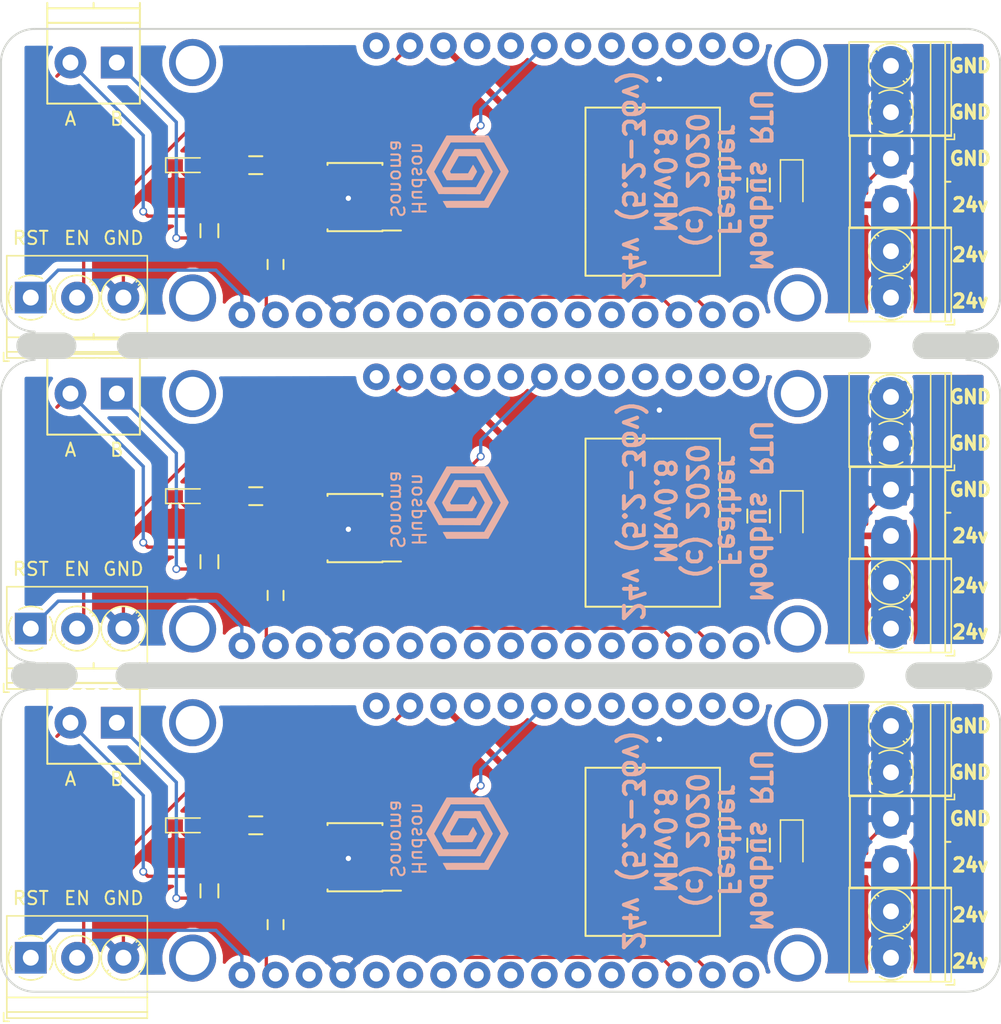
<source format=kicad_pcb>
(kicad_pcb (version 20171130) (host pcbnew "(5.1.6-0-10_14)")
  (layers (0 F.Cu signal) (31 B.Cu signal) (34 B.Paste user) (35 F.Paste user) (36 B.SilkS user) (37 F.SilkS user) (38 B.Mask user) (39 F.Mask user) (44 Edge.Cuts user))
  (net 0 "")
  (net 1 "Net-(U1-Pad3)")
  (net 2 "Net-(U1-Pad5)")
  (net 3 "Net-(U1-Pad6)")
  (net 4 "Net-(U1-Pad7)")
  (net 5 "Net-(U1-Pad8)")
  (net 6 "Net-(U1-Pad9)")
  (net 7 "Net-(U1-Pad10)")
  (net 8 "Net-(U1-Pad11)")
  (net 9 "Net-(U1-Pad12)")
  (net 10 "Net-(U1-Pad13)")
  (net 11 "Net-(U1-Pad17)")
  (net 12 "Net-(U1-Pad18)")
  (net 13 "Net-(U1-Pad19)")
  (net 14 "Net-(U1-Pad20)")
  (net 15 "Net-(U1-Pad21)")
  (net 16 "Net-(U1-Pad22)")
  (net 17 "Net-(U1-Pad24)")
  (net 18 "Net-(U1-Pad25)")
  (net 19 "Net-(U1-Pad28)")
  (net 20 3v3)
  (net 21 GND)
  (net 22 VUSB)
  (net 23 VIN)
  (net 24 "Net-(D2-Pad2)")
  (net 25 B)
  (net 26 A)
  (net 27 RTS)
  (net 28 RX)
  (net 29 TX)
  (net 30 v24)
  (net 31 RST)
  (net 32 EN)
  (net 33 C0_RST)
  (net 34 C0_3v3)
  (net 35 "C0_Net-(U1-Pad3)")
  (net 36 C0_GND)
  (net 37 "C0_Net-(U1-Pad5)")
  (net 38 "C0_Net-(U1-Pad6)")
  (net 39 "C0_Net-(U1-Pad7)")
  (net 40 "C0_Net-(U1-Pad8)")
  (net 41 "C0_Net-(U1-Pad9)")
  (net 42 "C0_Net-(U1-Pad10)")
  (net 43 "C0_Net-(U1-Pad11)")
  (net 44 "C0_Net-(U1-Pad12)")
  (net 45 "C0_Net-(U1-Pad13)")
  (net 46 C0_RX)
  (net 47 C0_TX)
  (net 48 "C0_Net-(U1-Pad17)")
  (net 49 "C0_Net-(U1-Pad18)")
  (net 50 "C0_Net-(U1-Pad19)")
  (net 51 "C0_Net-(U1-Pad20)")
  (net 52 "C0_Net-(U1-Pad21)")
  (net 53 "C0_Net-(U1-Pad22)")
  (net 54 C0_RTS)
  (net 55 "C0_Net-(U1-Pad24)")
  (net 56 "C0_Net-(U1-Pad25)")
  (net 57 C0_VUSB)
  (net 58 C0_EN)
  (net 59 "C0_Net-(U1-Pad28)")
  (net 60 C0_VIN)
  (net 61 C0_v24)
  (net 62 "C0_Net-(D2-Pad2)")
  (net 63 C0_B)
  (net 64 C0_A)
  (net 65 C1_RST)
  (net 66 C1_3v3)
  (net 67 "C1_Net-(U1-Pad3)")
  (net 68 C1_GND)
  (net 69 "C1_Net-(U1-Pad5)")
  (net 70 "C1_Net-(U1-Pad6)")
  (net 71 "C1_Net-(U1-Pad7)")
  (net 72 "C1_Net-(U1-Pad8)")
  (net 73 "C1_Net-(U1-Pad9)")
  (net 74 "C1_Net-(U1-Pad10)")
  (net 75 "C1_Net-(U1-Pad11)")
  (net 76 "C1_Net-(U1-Pad12)")
  (net 77 "C1_Net-(U1-Pad13)")
  (net 78 C1_RX)
  (net 79 C1_TX)
  (net 80 "C1_Net-(U1-Pad17)")
  (net 81 "C1_Net-(U1-Pad18)")
  (net 82 "C1_Net-(U1-Pad19)")
  (net 83 "C1_Net-(U1-Pad20)")
  (net 84 "C1_Net-(U1-Pad21)")
  (net 85 "C1_Net-(U1-Pad22)")
  (net 86 C1_RTS)
  (net 87 "C1_Net-(U1-Pad24)")
  (net 88 "C1_Net-(U1-Pad25)")
  (net 89 C1_VUSB)
  (net 90 C1_EN)
  (net 91 "C1_Net-(U1-Pad28)")
  (net 92 C1_VIN)
  (net 93 C1_v24)
  (net 94 "C1_Net-(D2-Pad2)")
  (net 95 C1_B)
  (net 96 C1_A)
  (module logo:HudsonSonoma_Logo (layer B.Cu) (at 146.5 153.5 90)
    (fp_text reference G*** hide)
    (fp_text value LOGO hide)
  )
  (module logo:HudsonSonoma_Logo (layer B.Cu) (at 146.5 128.5 90)
    (fp_text reference G*** hide)
    (fp_text value LOGO hide)
  )
  (module logo:HudsonSonoma_Logo (layer B.Cu) (at 146.5 103.5 90)
    (fp_text reference G*** hide)
    (fp_text value LOGO hide)
  )
  (module WEMOS_J:5HoleDual2mmBreak (layer F.Cu) (at 179 141.5)
    (fp_text reference REF** hide)
    (fp_text value 5HoleDual2mmBreak hide)
    (pad "" np_thru_hole circle (at -3 -1.25) (size 0.5 0.5) (drill 0.5) (layers *.Cu *.Mask))
    (pad "" np_thru_hole circle (at -2 -1.25) (size 0.5 0.5) (drill 0.5) (layers *.Cu *.Mask))
    (pad "" np_thru_hole circle (at -1 -1.25) (size 0.5 0.5) (drill 0.5) (layers *.Cu *.Mask))
    (pad "" np_thru_hole circle (at 0 -1.25) (size 0.5 0.5) (drill 0.5) (layers *.Cu *.Mask))
    (pad "" np_thru_hole circle (at 1 -1.25) (size 0.5 0.5) (drill 0.5) (layers *.Cu *.Mask))
    (pad "" np_thru_hole circle (at 1 1.25) (size 0.5 0.5) (drill 0.5) (layers *.Cu *.Mask))
    (pad "" np_thru_hole circle (at 0 1.25) (size 0.5 0.5) (drill 0.5) (layers *.Cu *.Mask))
    (pad "" np_thru_hole circle (at -1 1.25) (size 0.5 0.5) (drill 0.5) (layers *.Cu *.Mask))
    (pad "" np_thru_hole circle (at -2 1.25) (size 0.5 0.5) (drill 0.5) (layers *.Cu *.Mask))
    (pad "" np_thru_hole circle (at -3 1.25) (size 0.5 0.5) (drill 0.5) (layers *.Cu *.Mask))
  )
  (module WEMOS_J:5HoleDual2mmBreak (layer F.Cu) (at 119.5 141.5)
    (fp_text reference REF** hide)
    (fp_text value 5HoleDual2mmBreak hide)
    (pad "" np_thru_hole circle (at -3 -1.25) (size 0.5 0.5) (drill 0.5) (layers *.Cu *.Mask))
    (pad "" np_thru_hole circle (at -2 -1.25) (size 0.5 0.5) (drill 0.5) (layers *.Cu *.Mask))
    (pad "" np_thru_hole circle (at -1 -1.25) (size 0.5 0.5) (drill 0.5) (layers *.Cu *.Mask))
    (pad "" np_thru_hole circle (at 0 -1.25) (size 0.5 0.5) (drill 0.5) (layers *.Cu *.Mask))
    (pad "" np_thru_hole circle (at 1 -1.25) (size 0.5 0.5) (drill 0.5) (layers *.Cu *.Mask))
    (pad "" np_thru_hole circle (at 1 1.25) (size 0.5 0.5) (drill 0.5) (layers *.Cu *.Mask))
    (pad "" np_thru_hole circle (at 0 1.25) (size 0.5 0.5) (drill 0.5) (layers *.Cu *.Mask))
    (pad "" np_thru_hole circle (at -1 1.25) (size 0.5 0.5) (drill 0.5) (layers *.Cu *.Mask))
    (pad "" np_thru_hole circle (at -2 1.25) (size 0.5 0.5) (drill 0.5) (layers *.Cu *.Mask))
    (pad "" np_thru_hole circle (at -3 1.25) (size 0.5 0.5) (drill 0.5) (layers *.Cu *.Mask))
  )
  (module WEMOS_J:5HoleDual2mmBreak (layer F.Cu) (at 119.5 116.6114)
    (fp_text reference REF** hide)
    (fp_text value 5HoleDual2mmBreak hide)
    (pad "" np_thru_hole circle (at -3 -1.25) (size 0.5 0.5) (drill 0.5) (layers *.Cu *.Mask))
    (pad "" np_thru_hole circle (at -2 -1.25) (size 0.5 0.5) (drill 0.5) (layers *.Cu *.Mask))
    (pad "" np_thru_hole circle (at -1 -1.25) (size 0.5 0.5) (drill 0.5) (layers *.Cu *.Mask))
    (pad "" np_thru_hole circle (at 0 -1.25) (size 0.5 0.5) (drill 0.5) (layers *.Cu *.Mask))
    (pad "" np_thru_hole circle (at 1 -1.25) (size 0.5 0.5) (drill 0.5) (layers *.Cu *.Mask))
    (pad "" np_thru_hole circle (at 1 1.25) (size 0.5 0.5) (drill 0.5) (layers *.Cu *.Mask))
    (pad "" np_thru_hole circle (at 0 1.25) (size 0.5 0.5) (drill 0.5) (layers *.Cu *.Mask))
    (pad "" np_thru_hole circle (at -1 1.25) (size 0.5 0.5) (drill 0.5) (layers *.Cu *.Mask))
    (pad "" np_thru_hole circle (at -2 1.25) (size 0.5 0.5) (drill 0.5) (layers *.Cu *.Mask))
    (pad "" np_thru_hole circle (at -3 1.25) (size 0.5 0.5) (drill 0.5) (layers *.Cu *.Mask))
  )
  (module WEMOS_J:5HoleDual2mmBreak (layer F.Cu) (at 179.5 116.5)
    (fp_text reference REF** hide)
    (fp_text value 5HoleDual2mmBreak hide)
    (pad "" np_thru_hole circle (at -3 -1.25) (size 0.5 0.5) (drill 0.5) (layers *.Cu *.Mask))
    (pad "" np_thru_hole circle (at -2 -1.25) (size 0.5 0.5) (drill 0.5) (layers *.Cu *.Mask))
    (pad "" np_thru_hole circle (at -1 -1.25) (size 0.5 0.5) (drill 0.5) (layers *.Cu *.Mask))
    (pad "" np_thru_hole circle (at 0 -1.25) (size 0.5 0.5) (drill 0.5) (layers *.Cu *.Mask))
    (pad "" np_thru_hole circle (at 1 -1.25) (size 0.5 0.5) (drill 0.5) (layers *.Cu *.Mask))
    (pad "" np_thru_hole circle (at 1 1.25) (size 0.5 0.5) (drill 0.5) (layers *.Cu *.Mask))
    (pad "" np_thru_hole circle (at 0 1.25) (size 0.5 0.5) (drill 0.5) (layers *.Cu *.Mask))
    (pad "" np_thru_hole circle (at -1 1.25) (size 0.5 0.5) (drill 0.5) (layers *.Cu *.Mask))
    (pad "" np_thru_hole circle (at -2 1.25) (size 0.5 0.5) (drill 0.5) (layers *.Cu *.Mask))
    (pad "" np_thru_hole circle (at -3 1.25) (size 0.5 0.5) (drill 0.5) (layers *.Cu *.Mask))
  )
  (module winely_kicad:FeatherWing (layer F.Cu) (at 148.5011 104.14)
    (fp_text reference U1 hide)
    (fp_text value ARGON hide)
    (pad 1 thru_hole circle (at -19.05 10.16) (size 2 2) (drill 1) (layers *.Cu *.Mask) (net 31 RST))
    (pad 2 thru_hole circle (at -16.51 10.16) (size 2 2) (drill 1) (layers *.Cu *.Mask) (net 20 3v3))
    (pad 3 thru_hole circle (at -13.97 10.16) (size 2 2) (drill 1) (layers *.Cu *.Mask) (net 1 "Net-(U1-Pad3)"))
    (pad 4 thru_hole circle (at -11.43 10.16) (size 2 2) (drill 1) (layers *.Cu *.Mask) (net 21 GND))
    (pad 5 thru_hole circle (at -8.89 10.16) (size 2 2) (drill 1) (layers *.Cu *.Mask) (net 2 "Net-(U1-Pad5)"))
    (pad 6 thru_hole circle (at -6.35 10.16) (size 2 2) (drill 1) (layers *.Cu *.Mask) (net 3 "Net-(U1-Pad6)"))
    (pad 7 thru_hole circle (at -3.81 10.16) (size 2 2) (drill 1) (layers *.Cu *.Mask) (net 4 "Net-(U1-Pad7)"))
    (pad 8 thru_hole circle (at -1.27 10.16) (size 2 2) (drill 1) (layers *.Cu *.Mask) (net 5 "Net-(U1-Pad8)"))
    (pad 9 thru_hole circle (at 1.27 10.16) (size 2 2) (drill 1) (layers *.Cu *.Mask) (net 6 "Net-(U1-Pad9)"))
    (pad 10 thru_hole circle (at 3.81 10.16) (size 2 2) (drill 1) (layers *.Cu *.Mask) (net 7 "Net-(U1-Pad10)"))
    (pad 11 thru_hole circle (at 6.35 10.16) (size 2 2) (drill 1) (layers *.Cu *.Mask) (net 8 "Net-(U1-Pad11)"))
    (pad 12 thru_hole circle (at 8.89 10.16) (size 2 2) (drill 1) (layers *.Cu *.Mask) (net 9 "Net-(U1-Pad12)"))
    (pad 13 thru_hole circle (at 11.43 10.16) (size 2 2) (drill 1) (layers *.Cu *.Mask) (net 10 "Net-(U1-Pad13)"))
    (pad 14 thru_hole circle (at 13.97 10.16) (size 2 2) (drill 1) (layers *.Cu *.Mask) (net 28 RX))
    (pad 15 thru_hole circle (at 16.51 10.16) (size 2 2) (drill 1) (layers *.Cu *.Mask) (net 29 TX))
    (pad 16 thru_hole circle (at 19.05 10.16) (size 2 2) (drill 1) (layers *.Cu *.Mask))
    (pad 17 thru_hole circle (at 19.05 -10.16) (size 2 2) (drill 1) (layers *.Cu *.Mask) (net 11 "Net-(U1-Pad17)"))
    (pad 18 thru_hole circle (at 16.51 -10.16) (size 2 2) (drill 1) (layers *.Cu *.Mask) (net 12 "Net-(U1-Pad18)"))
    (pad 19 thru_hole circle (at 13.97 -10.16) (size 2 2) (drill 1) (layers *.Cu *.Mask) (net 13 "Net-(U1-Pad19)"))
    (pad 20 thru_hole circle (at 11.43 -10.16) (size 2 2) (drill 1) (layers *.Cu *.Mask) (net 14 "Net-(U1-Pad20)"))
    (pad 21 thru_hole circle (at 8.89 -10.16) (size 2 2) (drill 1) (layers *.Cu *.Mask) (net 15 "Net-(U1-Pad21)"))
    (pad 22 thru_hole circle (at 6.35 -10.16) (size 2 2) (drill 1) (layers *.Cu *.Mask) (net 16 "Net-(U1-Pad22)"))
    (pad 23 thru_hole circle (at 3.81 -10.16) (size 2 2) (drill 1) (layers *.Cu *.Mask) (net 27 RTS))
    (pad 24 thru_hole circle (at 1.27 -10.16) (size 2 2) (drill 1) (layers *.Cu *.Mask) (net 17 "Net-(U1-Pad24)"))
    (pad 25 thru_hole circle (at -1.27 -10.16) (size 2 2) (drill 1) (layers *.Cu *.Mask) (net 18 "Net-(U1-Pad25)"))
    (pad 26 thru_hole circle (at -3.81 -10.16) (size 2 2) (drill 1) (layers *.Cu *.Mask) (net 22 VUSB))
    (pad 27 thru_hole circle (at -6.35 -10.16) (size 2 2) (drill 1) (layers *.Cu *.Mask) (net 32 EN))
    (pad 28 thru_hole circle (at -8.89 -10.16) (size 2 2) (drill 1) (layers *.Cu *.Mask) (net 19 "Net-(U1-Pad28)"))
  )
  (module winely_kicad:PCB_FeatherWing_4hole (layer F.Cu) (at 148.59 104.14)
    (fp_text reference PCB** hide)
    (fp_text value VAL** hide)
    (pad "" np_thru_hole circle (at 22.86 8.89) (size 3.556 3.556) (drill 2.54) (layers *.Cu *.Mask))
    (pad "" np_thru_hole circle (at -22.86 8.89) (size 3.556 3.556) (drill 2.54) (layers *.Cu *.Mask))
    (pad "" np_thru_hole circle (at 22.86 -8.89) (size 3.556 3.556) (drill 2.54) (layers *.Cu *.Mask))
    (pad "" np_thru_hole circle (at -22.86 -8.89) (size 3.556 3.556) (drill 2.54) (layers *.Cu *.Mask))
  )
  (module Capacitors_SMD:C_0603_HandSoldering (layer F.Cu) (at 132 110.5 270)
    (fp_text reference C1 hide)
    (fp_text value 0.1uF hide)
    (pad 1 smd rect (at -0.95 0 270) (size 1.2 0.75) (layers F.Cu F.Paste F.Mask) (net 20 3v3))
    (pad 2 smd rect (at 0.95 0 270) (size 1.2 0.75) (layers F.Cu F.Paste F.Mask) (net 21 GND))
  )
  (module Capacitors_SMD:C_0805_HandSoldering (layer F.Cu) (at 168.5 104.5 90)
    (fp_text reference C2 hide)
    (fp_text value 10uF hide)
    (pad 1 smd rect (at -1.25 0 90) (size 1.5 1.25) (layers F.Cu F.Paste F.Mask) (net 21 GND))
    (pad 2 smd rect (at 1.25 0 90) (size 1.5 1.25) (layers F.Cu F.Paste F.Mask) (net 23 VIN))
  )
  (module Diodes_SMD:D_SOD-323_HandSoldering (layer F.Cu) (at 171 104.5 270)
    (fp_text reference D1 hide)
    (fp_text value D_Schottky hide)
    (pad 1 smd rect (at -1.25 0 270) (size 1 1) (layers F.Cu F.Paste F.Mask) (net 23 VIN))
    (pad 2 smd rect (at 1.25 0 270) (size 1 1) (layers F.Cu F.Paste F.Mask) (net 30 v24))
  )
  (module LEDs:LED_0603_HandSoldering (layer F.Cu) (at 125.5 103)
    (fp_text reference D2 hide)
    (fp_text value LED hide)
    (pad 1 smd rect (at -1.1 0) (size 1.2 0.9) (layers F.Cu F.Paste F.Mask) (net 21 GND))
    (pad 2 smd rect (at 1.1 0) (size 1.2 0.9) (layers F.Cu F.Paste F.Mask) (net 24 "Net-(D2-Pad2)"))
  )
  (module Resistors_SMD:R_0603_HandSoldering (layer F.Cu) (at 130.5 103 180)
    (fp_text reference R1 hide)
    (fp_text value 330 hide)
    (pad 1 smd rect (at -1.1 0 180) (size 1.2 0.9) (layers F.Cu F.Paste F.Mask) (net 27 RTS))
    (pad 2 smd rect (at 1.1 0 180) (size 1.2 0.9) (layers F.Cu F.Paste F.Mask) (net 24 "Net-(D2-Pad2)"))
  )
  (module Resistors_SMD:R_0603_HandSoldering (layer F.Cu) (at 127 107.95 90)
    (fp_text reference R2 hide)
    (fp_text value 220 hide)
    (pad 1 smd rect (at -1.1 0 90) (size 1.2 0.9) (layers F.Cu F.Paste F.Mask) (net 25 B))
    (pad 2 smd rect (at 1.1 0 90) (size 1.2 0.9) (layers F.Cu F.Paste F.Mask) (net 26 A))
  )
  (module Housings_SOIC:SOIC-8_3.9x4.9mm_Pitch1.27mm (layer F.Cu) (at 138 105.41 180)
    (fp_text reference U2 hide)
    (fp_text value SP3485 hide)
    (pad 1 smd rect (at -2.7 -1.905 180) (size 1.55 0.6) (layers F.Cu F.Paste F.Mask) (net 28 RX))
    (pad 2 smd rect (at -2.7 -0.635 180) (size 1.55 0.6) (layers F.Cu F.Paste F.Mask) (net 27 RTS))
    (pad 3 smd rect (at -2.7 0.635 180) (size 1.55 0.6) (layers F.Cu F.Paste F.Mask) (net 27 RTS))
    (pad 4 smd rect (at -2.7 1.905 180) (size 1.55 0.6) (layers F.Cu F.Paste F.Mask) (net 29 TX))
    (pad 5 smd rect (at 2.7 1.905 180) (size 1.55 0.6) (layers F.Cu F.Paste F.Mask) (net 21 GND))
    (pad 6 smd rect (at 2.7 0.635 180) (size 1.55 0.6) (layers F.Cu F.Paste F.Mask) (net 26 A))
    (pad 7 smd rect (at 2.7 -0.635 180) (size 1.55 0.6) (layers F.Cu F.Paste F.Mask) (net 25 B))
    (pad 8 smd rect (at 2.7 -1.905 180) (size 1.55 0.6) (layers F.Cu F.Paste F.Mask) (net 20 3v3))
  )
  (module Connectors_Terminal_Blocks:TerminalBlock_Pheonix_PT-3.5mm_2pol (layer F.Cu) (at 178.5 106 90)
    (fp_text reference J1)
    (fp_text value Conn_01x02 hide)
    (pad 2 thru_hole rect (at 3.5 0 90) (size 2.4 2.4) (drill 1.2) (layers *.Cu *.Mask) (net 21 GND))
    (pad 1 thru_hole rect (at 0 0 90) (size 2.4 2.4) (drill 1.2) (layers *.Cu *.Mask) (net 30 v24))
  )
  (module Connectors_Terminal_Blocks:TerminalBlock_Pheonix_PT-3.5mm_2pol (layer F.Cu) (at 120 95.25 180)
    (fp_text reference J2 hide)
    (fp_text value Conn_01x02 hide)
    (pad 2 thru_hole circle (at 3.5 0 180) (size 2.4 2.4) (drill 1.2) (layers *.Cu *.Mask) (net 26 A))
    (pad 1 thru_hole rect (at 0 0 180) (size 2.4 2.4) (drill 1.2) (layers *.Cu *.Mask) (net 25 B))
  )
  (module TerminalBlock_Phoenix:TerminalBlock_Phoenix_PT-1,5-2-3.5-H_1x02_P3.50mm_Horizontal (layer F.Cu) (at 178.5 113 90)
    (fp_text reference J5 hide)
    (fp_text value Conn_01x02 hide)
    (pad 1 thru_hole rect (at 0 0 90) (size 2.4 2.4) (drill 1.2) (layers *.Cu *.Mask) (net 30 v24))
    (pad 2 thru_hole rect (at 3.5 0 90) (size 2.4 2.4) (drill 1.2) (layers *.Cu *.Mask) (net 30 v24))
  )
  (module TerminalBlock_Phoenix:TerminalBlock_Phoenix_PT-1,5-2-3.5-H_1x02_P3.50mm_Horizontal (layer F.Cu) (at 178.5 99 90)
    (fp_text reference J6 hide)
    (fp_text value Conn_01x02 hide)
    (pad 2 thru_hole rect (at 3.5 0 90) (size 2.4 2.4) (drill 1.2) (layers *.Cu *.Mask) (net 21 GND))
    (pad 1 thru_hole rect (at 0 0 90) (size 2.4 2.4) (drill 1.2) (layers *.Cu *.Mask) (net 21 GND))
  )
  (module winely_kicad:Pololu_reg16a (layer F.Cu) (at 160.5 105)
    (fp_text reference U3 hide)
    (fp_text value Pololu_Reg16a hide)
    (pad SHDN smd rect (at 3.81 -5.08) (size 1.5 3) (layers F.Cu F.Paste F.Mask) (net 23 VIN))
    (pad VIN smd rect (at 1.27 -5.08) (size 1.5 3) (layers F.Cu F.Paste F.Mask) (net 23 VIN))
    (pad GND smd rect (at -1.27 -5.08) (size 1.5 3) (layers F.Cu F.Paste F.Mask) (net 21 GND))
    (pad VOUT smd rect (at -3.81 -5.08) (size 1.5 3) (layers F.Cu F.Paste F.Mask) (net 22 VUSB))
  )
  (module TerminalBlock_Phoenix:TerminalBlock_Phoenix_PT-1,5-3-3.5-H_1x03_P3.50mm_Horizontal (layer F.Cu) (at 113.5 113)
    (fp_text reference J7 hide)
    (fp_text value Conn_01x03 hide)
    (pad 1 thru_hole rect (at 0 0) (size 2.4 2.4) (drill 1.2) (layers *.Cu *.Mask) (net 31 RST))
    (pad 2 thru_hole circle (at 3.5 0) (size 2.4 2.4) (drill 1.2) (layers *.Cu *.Mask) (net 32 EN))
    (pad 3 thru_hole circle (at 7 0) (size 2.4 2.4) (drill 1.2) (layers *.Cu *.Mask) (net 21 GND))
  )
  (module winely_kicad:FeatherWing (layer F.Cu) (at 148.5031 129.14)
    (fp_text reference U1 hide)
    (fp_text value ARGON hide)
    (pad 1 thru_hole circle (at -19.05 10.16) (size 2 2) (drill 1) (layers *.Cu *.Mask) (net 33 C0_RST))
    (pad 2 thru_hole circle (at -16.51 10.16) (size 2 2) (drill 1) (layers *.Cu *.Mask) (net 34 C0_3v3))
    (pad 3 thru_hole circle (at -13.97 10.16) (size 2 2) (drill 1) (layers *.Cu *.Mask) (net 35 "C0_Net-(U1-Pad3)"))
    (pad 4 thru_hole circle (at -11.43 10.16) (size 2 2) (drill 1) (layers *.Cu *.Mask) (net 36 C0_GND))
    (pad 5 thru_hole circle (at -8.89 10.16) (size 2 2) (drill 1) (layers *.Cu *.Mask) (net 37 "C0_Net-(U1-Pad5)"))
    (pad 6 thru_hole circle (at -6.35 10.16) (size 2 2) (drill 1) (layers *.Cu *.Mask) (net 38 "C0_Net-(U1-Pad6)"))
    (pad 7 thru_hole circle (at -3.81 10.16) (size 2 2) (drill 1) (layers *.Cu *.Mask) (net 39 "C0_Net-(U1-Pad7)"))
    (pad 8 thru_hole circle (at -1.27 10.16) (size 2 2) (drill 1) (layers *.Cu *.Mask) (net 40 "C0_Net-(U1-Pad8)"))
    (pad 9 thru_hole circle (at 1.27 10.16) (size 2 2) (drill 1) (layers *.Cu *.Mask) (net 41 "C0_Net-(U1-Pad9)"))
    (pad 10 thru_hole circle (at 3.81 10.16) (size 2 2) (drill 1) (layers *.Cu *.Mask) (net 42 "C0_Net-(U1-Pad10)"))
    (pad 11 thru_hole circle (at 6.35 10.16) (size 2 2) (drill 1) (layers *.Cu *.Mask) (net 43 "C0_Net-(U1-Pad11)"))
    (pad 12 thru_hole circle (at 8.89 10.16) (size 2 2) (drill 1) (layers *.Cu *.Mask) (net 44 "C0_Net-(U1-Pad12)"))
    (pad 13 thru_hole circle (at 11.43 10.16) (size 2 2) (drill 1) (layers *.Cu *.Mask) (net 45 "C0_Net-(U1-Pad13)"))
    (pad 14 thru_hole circle (at 13.97 10.16) (size 2 2) (drill 1) (layers *.Cu *.Mask) (net 46 C0_RX))
    (pad 15 thru_hole circle (at 16.51 10.16) (size 2 2) (drill 1) (layers *.Cu *.Mask) (net 47 C0_TX))
    (pad 16 thru_hole circle (at 19.05 10.16) (size 2 2) (drill 1) (layers *.Cu *.Mask))
    (pad 17 thru_hole circle (at 19.05 -10.16) (size 2 2) (drill 1) (layers *.Cu *.Mask) (net 48 "C0_Net-(U1-Pad17)"))
    (pad 18 thru_hole circle (at 16.51 -10.16) (size 2 2) (drill 1) (layers *.Cu *.Mask) (net 49 "C0_Net-(U1-Pad18)"))
    (pad 19 thru_hole circle (at 13.97 -10.16) (size 2 2) (drill 1) (layers *.Cu *.Mask) (net 50 "C0_Net-(U1-Pad19)"))
    (pad 20 thru_hole circle (at 11.43 -10.16) (size 2 2) (drill 1) (layers *.Cu *.Mask) (net 51 "C0_Net-(U1-Pad20)"))
    (pad 21 thru_hole circle (at 8.89 -10.16) (size 2 2) (drill 1) (layers *.Cu *.Mask) (net 52 "C0_Net-(U1-Pad21)"))
    (pad 22 thru_hole circle (at 6.35 -10.16) (size 2 2) (drill 1) (layers *.Cu *.Mask) (net 53 "C0_Net-(U1-Pad22)"))
    (pad 23 thru_hole circle (at 3.81 -10.16) (size 2 2) (drill 1) (layers *.Cu *.Mask) (net 54 C0_RTS))
    (pad 24 thru_hole circle (at 1.27 -10.16) (size 2 2) (drill 1) (layers *.Cu *.Mask) (net 55 "C0_Net-(U1-Pad24)"))
    (pad 25 thru_hole circle (at -1.27 -10.16) (size 2 2) (drill 1) (layers *.Cu *.Mask) (net 56 "C0_Net-(U1-Pad25)"))
    (pad 26 thru_hole circle (at -3.81 -10.16) (size 2 2) (drill 1) (layers *.Cu *.Mask) (net 57 C0_VUSB))
    (pad 27 thru_hole circle (at -6.35 -10.16) (size 2 2) (drill 1) (layers *.Cu *.Mask) (net 58 C0_EN))
    (pad 28 thru_hole circle (at -8.89 -10.16) (size 2 2) (drill 1) (layers *.Cu *.Mask) (net 59 "C0_Net-(U1-Pad28)"))
  )
  (module winely_kicad:PCB_FeatherWing_4hole (layer F.Cu) (at 148.592 129.14)
    (fp_text reference PCB** hide)
    (fp_text value VAL** hide)
    (pad "" np_thru_hole circle (at 22.86 8.89) (size 3.556 3.556) (drill 2.54) (layers *.Cu *.Mask))
    (pad "" np_thru_hole circle (at -22.86 8.89) (size 3.556 3.556) (drill 2.54) (layers *.Cu *.Mask))
    (pad "" np_thru_hole circle (at 22.86 -8.89) (size 3.556 3.556) (drill 2.54) (layers *.Cu *.Mask))
    (pad "" np_thru_hole circle (at -22.86 -8.89) (size 3.556 3.556) (drill 2.54) (layers *.Cu *.Mask))
  )
  (module Capacitors_SMD:C_0603_HandSoldering (layer F.Cu) (at 132.002 135.5 270)
    (fp_text reference C1 hide)
    (fp_text value 0.1uF hide)
    (pad 1 smd rect (at -0.95 0 270) (size 1.2 0.75) (layers F.Cu F.Paste F.Mask) (net 34 C0_3v3))
    (pad 2 smd rect (at 0.95 0 270) (size 1.2 0.75) (layers F.Cu F.Paste F.Mask) (net 36 C0_GND))
  )
  (module Capacitors_SMD:C_0805_HandSoldering (layer F.Cu) (at 168.502 129.5 90)
    (fp_text reference C2 hide)
    (fp_text value 10uF hide)
    (pad 1 smd rect (at -1.25 0 90) (size 1.5 1.25) (layers F.Cu F.Paste F.Mask) (net 36 C0_GND))
    (pad 2 smd rect (at 1.25 0 90) (size 1.5 1.25) (layers F.Cu F.Paste F.Mask) (net 60 C0_VIN))
  )
  (module Diodes_SMD:D_SOD-323_HandSoldering (layer F.Cu) (at 171.002 129.5 270)
    (fp_text reference D1 hide)
    (fp_text value D_Schottky hide)
    (pad 1 smd rect (at -1.25 0 270) (size 1 1) (layers F.Cu F.Paste F.Mask) (net 60 C0_VIN))
    (pad 2 smd rect (at 1.25 0 270) (size 1 1) (layers F.Cu F.Paste F.Mask) (net 61 C0_v24))
  )
  (module LEDs:LED_0603_HandSoldering (layer F.Cu) (at 125.502 128)
    (fp_text reference D2 hide)
    (fp_text value LED hide)
    (pad 1 smd rect (at -1.1 0) (size 1.2 0.9) (layers F.Cu F.Paste F.Mask) (net 36 C0_GND))
    (pad 2 smd rect (at 1.1 0) (size 1.2 0.9) (layers F.Cu F.Paste F.Mask) (net 62 "C0_Net-(D2-Pad2)"))
  )
  (module Resistors_SMD:R_0603_HandSoldering (layer F.Cu) (at 130.502 128 180)
    (fp_text reference R1 hide)
    (fp_text value 330 hide)
    (pad 1 smd rect (at -1.1 0 180) (size 1.2 0.9) (layers F.Cu F.Paste F.Mask) (net 54 C0_RTS))
    (pad 2 smd rect (at 1.1 0 180) (size 1.2 0.9) (layers F.Cu F.Paste F.Mask) (net 62 "C0_Net-(D2-Pad2)"))
  )
  (module Resistors_SMD:R_0603_HandSoldering (layer F.Cu) (at 127.002 132.95 90)
    (fp_text reference R2 hide)
    (fp_text value 220 hide)
    (pad 1 smd rect (at -1.1 0 90) (size 1.2 0.9) (layers F.Cu F.Paste F.Mask) (net 63 C0_B))
    (pad 2 smd rect (at 1.1 0 90) (size 1.2 0.9) (layers F.Cu F.Paste F.Mask) (net 64 C0_A))
  )
  (module Housings_SOIC:SOIC-8_3.9x4.9mm_Pitch1.27mm (layer F.Cu) (at 138.002 130.41 180)
    (fp_text reference U2 hide)
    (fp_text value SP3485 hide)
    (pad 1 smd rect (at -2.7 -1.905 180) (size 1.55 0.6) (layers F.Cu F.Paste F.Mask) (net 46 C0_RX))
    (pad 2 smd rect (at -2.7 -0.635 180) (size 1.55 0.6) (layers F.Cu F.Paste F.Mask) (net 54 C0_RTS))
    (pad 3 smd rect (at -2.7 0.635 180) (size 1.55 0.6) (layers F.Cu F.Paste F.Mask) (net 54 C0_RTS))
    (pad 4 smd rect (at -2.7 1.905 180) (size 1.55 0.6) (layers F.Cu F.Paste F.Mask) (net 47 C0_TX))
    (pad 5 smd rect (at 2.7 1.905 180) (size 1.55 0.6) (layers F.Cu F.Paste F.Mask) (net 36 C0_GND))
    (pad 6 smd rect (at 2.7 0.635 180) (size 1.55 0.6) (layers F.Cu F.Paste F.Mask) (net 64 C0_A))
    (pad 7 smd rect (at 2.7 -0.635 180) (size 1.55 0.6) (layers F.Cu F.Paste F.Mask) (net 63 C0_B))
    (pad 8 smd rect (at 2.7 -1.905 180) (size 1.55 0.6) (layers F.Cu F.Paste F.Mask) (net 34 C0_3v3))
  )
  (module Connectors_Terminal_Blocks:TerminalBlock_Pheonix_PT-3.5mm_2pol (layer F.Cu) (at 178.502 131 90)
    (fp_text reference J1)
    (fp_text value Conn_01x02 hide)
    (pad 2 thru_hole rect (at 3.5 0 90) (size 2.4 2.4) (drill 1.2) (layers *.Cu *.Mask) (net 36 C0_GND))
    (pad 1 thru_hole rect (at 0 0 90) (size 2.4 2.4) (drill 1.2) (layers *.Cu *.Mask) (net 61 C0_v24))
  )
  (module Connectors_Terminal_Blocks:TerminalBlock_Pheonix_PT-3.5mm_2pol (layer F.Cu) (at 120.002 120.25 180)
    (fp_text reference J2 hide)
    (fp_text value Conn_01x02 hide)
    (pad 2 thru_hole circle (at 3.5 0 180) (size 2.4 2.4) (drill 1.2) (layers *.Cu *.Mask) (net 64 C0_A))
    (pad 1 thru_hole rect (at 0 0 180) (size 2.4 2.4) (drill 1.2) (layers *.Cu *.Mask) (net 63 C0_B))
  )
  (module TerminalBlock_Phoenix:TerminalBlock_Phoenix_PT-1,5-2-3.5-H_1x02_P3.50mm_Horizontal (layer F.Cu) (at 178.502 138 90)
    (fp_text reference J5 hide)
    (fp_text value Conn_01x02 hide)
    (pad 1 thru_hole rect (at 0 0 90) (size 2.4 2.4) (drill 1.2) (layers *.Cu *.Mask) (net 61 C0_v24))
    (pad 2 thru_hole rect (at 3.5 0 90) (size 2.4 2.4) (drill 1.2) (layers *.Cu *.Mask) (net 61 C0_v24))
  )
  (module TerminalBlock_Phoenix:TerminalBlock_Phoenix_PT-1,5-2-3.5-H_1x02_P3.50mm_Horizontal (layer F.Cu) (at 178.502 124 90)
    (fp_text reference J6 hide)
    (fp_text value Conn_01x02 hide)
    (pad 2 thru_hole rect (at 3.5 0 90) (size 2.4 2.4) (drill 1.2) (layers *.Cu *.Mask) (net 36 C0_GND))
    (pad 1 thru_hole rect (at 0 0 90) (size 2.4 2.4) (drill 1.2) (layers *.Cu *.Mask) (net 36 C0_GND))
  )
  (module winely_kicad:Pololu_reg16a (layer F.Cu) (at 160.502 130)
    (fp_text reference U3 hide)
    (fp_text value Pololu_Reg16a hide)
    (pad SHDN smd rect (at 3.81 -5.08) (size 1.5 3) (layers F.Cu F.Paste F.Mask) (net 60 C0_VIN))
    (pad VIN smd rect (at 1.27 -5.08) (size 1.5 3) (layers F.Cu F.Paste F.Mask) (net 60 C0_VIN))
    (pad GND smd rect (at -1.27 -5.08) (size 1.5 3) (layers F.Cu F.Paste F.Mask) (net 36 C0_GND))
    (pad VOUT smd rect (at -3.81 -5.08) (size 1.5 3) (layers F.Cu F.Paste F.Mask) (net 57 C0_VUSB))
  )
  (module TerminalBlock_Phoenix:TerminalBlock_Phoenix_PT-1,5-3-3.5-H_1x03_P3.50mm_Horizontal (layer F.Cu) (at 113.502 138)
    (fp_text reference J7 hide)
    (fp_text value Conn_01x03 hide)
    (pad 1 thru_hole rect (at 0 0) (size 2.4 2.4) (drill 1.2) (layers *.Cu *.Mask) (net 33 C0_RST))
    (pad 2 thru_hole circle (at 3.5 0) (size 2.4 2.4) (drill 1.2) (layers *.Cu *.Mask) (net 58 C0_EN))
    (pad 3 thru_hole circle (at 7 0) (size 2.4 2.4) (drill 1.2) (layers *.Cu *.Mask) (net 36 C0_GND))
  )
  (module winely_kicad:FeatherWing (layer F.Cu) (at 148.5031 154)
    (fp_text reference U1 hide)
    (fp_text value ARGON hide)
    (pad 1 thru_hole circle (at -19.05 10.16) (size 2 2) (drill 1) (layers *.Cu *.Mask) (net 65 C1_RST))
    (pad 2 thru_hole circle (at -16.51 10.16) (size 2 2) (drill 1) (layers *.Cu *.Mask) (net 66 C1_3v3))
    (pad 3 thru_hole circle (at -13.97 10.16) (size 2 2) (drill 1) (layers *.Cu *.Mask) (net 67 "C1_Net-(U1-Pad3)"))
    (pad 4 thru_hole circle (at -11.43 10.16) (size 2 2) (drill 1) (layers *.Cu *.Mask) (net 68 C1_GND))
    (pad 5 thru_hole circle (at -8.89 10.16) (size 2 2) (drill 1) (layers *.Cu *.Mask) (net 69 "C1_Net-(U1-Pad5)"))
    (pad 6 thru_hole circle (at -6.35 10.16) (size 2 2) (drill 1) (layers *.Cu *.Mask) (net 70 "C1_Net-(U1-Pad6)"))
    (pad 7 thru_hole circle (at -3.81 10.16) (size 2 2) (drill 1) (layers *.Cu *.Mask) (net 71 "C1_Net-(U1-Pad7)"))
    (pad 8 thru_hole circle (at -1.27 10.16) (size 2 2) (drill 1) (layers *.Cu *.Mask) (net 72 "C1_Net-(U1-Pad8)"))
    (pad 9 thru_hole circle (at 1.27 10.16) (size 2 2) (drill 1) (layers *.Cu *.Mask) (net 73 "C1_Net-(U1-Pad9)"))
    (pad 10 thru_hole circle (at 3.81 10.16) (size 2 2) (drill 1) (layers *.Cu *.Mask) (net 74 "C1_Net-(U1-Pad10)"))
    (pad 11 thru_hole circle (at 6.35 10.16) (size 2 2) (drill 1) (layers *.Cu *.Mask) (net 75 "C1_Net-(U1-Pad11)"))
    (pad 12 thru_hole circle (at 8.89 10.16) (size 2 2) (drill 1) (layers *.Cu *.Mask) (net 76 "C1_Net-(U1-Pad12)"))
    (pad 13 thru_hole circle (at 11.43 10.16) (size 2 2) (drill 1) (layers *.Cu *.Mask) (net 77 "C1_Net-(U1-Pad13)"))
    (pad 14 thru_hole circle (at 13.97 10.16) (size 2 2) (drill 1) (layers *.Cu *.Mask) (net 78 C1_RX))
    (pad 15 thru_hole circle (at 16.51 10.16) (size 2 2) (drill 1) (layers *.Cu *.Mask) (net 79 C1_TX))
    (pad 16 thru_hole circle (at 19.05 10.16) (size 2 2) (drill 1) (layers *.Cu *.Mask))
    (pad 17 thru_hole circle (at 19.05 -10.16) (size 2 2) (drill 1) (layers *.Cu *.Mask) (net 80 "C1_Net-(U1-Pad17)"))
    (pad 18 thru_hole circle (at 16.51 -10.16) (size 2 2) (drill 1) (layers *.Cu *.Mask) (net 81 "C1_Net-(U1-Pad18)"))
    (pad 19 thru_hole circle (at 13.97 -10.16) (size 2 2) (drill 1) (layers *.Cu *.Mask) (net 82 "C1_Net-(U1-Pad19)"))
    (pad 20 thru_hole circle (at 11.43 -10.16) (size 2 2) (drill 1) (layers *.Cu *.Mask) (net 83 "C1_Net-(U1-Pad20)"))
    (pad 21 thru_hole circle (at 8.89 -10.16) (size 2 2) (drill 1) (layers *.Cu *.Mask) (net 84 "C1_Net-(U1-Pad21)"))
    (pad 22 thru_hole circle (at 6.35 -10.16) (size 2 2) (drill 1) (layers *.Cu *.Mask) (net 85 "C1_Net-(U1-Pad22)"))
    (pad 23 thru_hole circle (at 3.81 -10.16) (size 2 2) (drill 1) (layers *.Cu *.Mask) (net 86 C1_RTS))
    (pad 24 thru_hole circle (at 1.27 -10.16) (size 2 2) (drill 1) (layers *.Cu *.Mask) (net 87 "C1_Net-(U1-Pad24)"))
    (pad 25 thru_hole circle (at -1.27 -10.16) (size 2 2) (drill 1) (layers *.Cu *.Mask) (net 88 "C1_Net-(U1-Pad25)"))
    (pad 26 thru_hole circle (at -3.81 -10.16) (size 2 2) (drill 1) (layers *.Cu *.Mask) (net 89 C1_VUSB))
    (pad 27 thru_hole circle (at -6.35 -10.16) (size 2 2) (drill 1) (layers *.Cu *.Mask) (net 90 C1_EN))
    (pad 28 thru_hole circle (at -8.89 -10.16) (size 2 2) (drill 1) (layers *.Cu *.Mask) (net 91 "C1_Net-(U1-Pad28)"))
  )
  (module winely_kicad:PCB_FeatherWing_4hole (layer F.Cu) (at 148.592 154)
    (fp_text reference PCB** hide)
    (fp_text value VAL** hide)
    (pad "" np_thru_hole circle (at 22.86 8.89) (size 3.556 3.556) (drill 2.54) (layers *.Cu *.Mask))
    (pad "" np_thru_hole circle (at -22.86 8.89) (size 3.556 3.556) (drill 2.54) (layers *.Cu *.Mask))
    (pad "" np_thru_hole circle (at 22.86 -8.89) (size 3.556 3.556) (drill 2.54) (layers *.Cu *.Mask))
    (pad "" np_thru_hole circle (at -22.86 -8.89) (size 3.556 3.556) (drill 2.54) (layers *.Cu *.Mask))
  )
  (module Capacitors_SMD:C_0603_HandSoldering (layer F.Cu) (at 132.002 160.36 270)
    (fp_text reference C1 hide)
    (fp_text value 0.1uF hide)
    (pad 1 smd rect (at -0.95 0 270) (size 1.2 0.75) (layers F.Cu F.Paste F.Mask) (net 66 C1_3v3))
    (pad 2 smd rect (at 0.95 0 270) (size 1.2 0.75) (layers F.Cu F.Paste F.Mask) (net 68 C1_GND))
  )
  (module Capacitors_SMD:C_0805_HandSoldering (layer F.Cu) (at 168.502 154.36 90)
    (fp_text reference C2 hide)
    (fp_text value 10uF hide)
    (pad 1 smd rect (at -1.25 0 90) (size 1.5 1.25) (layers F.Cu F.Paste F.Mask) (net 68 C1_GND))
    (pad 2 smd rect (at 1.25 0 90) (size 1.5 1.25) (layers F.Cu F.Paste F.Mask) (net 92 C1_VIN))
  )
  (module Diodes_SMD:D_SOD-323_HandSoldering (layer F.Cu) (at 171.002 154.36 270)
    (fp_text reference D1 hide)
    (fp_text value D_Schottky hide)
    (pad 1 smd rect (at -1.25 0 270) (size 1 1) (layers F.Cu F.Paste F.Mask) (net 92 C1_VIN))
    (pad 2 smd rect (at 1.25 0 270) (size 1 1) (layers F.Cu F.Paste F.Mask) (net 93 C1_v24))
  )
  (module LEDs:LED_0603_HandSoldering (layer F.Cu) (at 125.502 152.86)
    (fp_text reference D2 hide)
    (fp_text value LED hide)
    (pad 1 smd rect (at -1.1 0) (size 1.2 0.9) (layers F.Cu F.Paste F.Mask) (net 68 C1_GND))
    (pad 2 smd rect (at 1.1 0) (size 1.2 0.9) (layers F.Cu F.Paste F.Mask) (net 94 "C1_Net-(D2-Pad2)"))
  )
  (module Resistors_SMD:R_0603_HandSoldering (layer F.Cu) (at 130.502 152.86 180)
    (fp_text reference R1 hide)
    (fp_text value 330 hide)
    (pad 1 smd rect (at -1.1 0 180) (size 1.2 0.9) (layers F.Cu F.Paste F.Mask) (net 86 C1_RTS))
    (pad 2 smd rect (at 1.1 0 180) (size 1.2 0.9) (layers F.Cu F.Paste F.Mask) (net 94 "C1_Net-(D2-Pad2)"))
  )
  (module Resistors_SMD:R_0603_HandSoldering (layer F.Cu) (at 127.002 157.81 90)
    (fp_text reference R2 hide)
    (fp_text value 220 hide)
    (pad 1 smd rect (at -1.1 0 90) (size 1.2 0.9) (layers F.Cu F.Paste F.Mask) (net 95 C1_B))
    (pad 2 smd rect (at 1.1 0 90) (size 1.2 0.9) (layers F.Cu F.Paste F.Mask) (net 96 C1_A))
  )
  (module Housings_SOIC:SOIC-8_3.9x4.9mm_Pitch1.27mm (layer F.Cu) (at 138.002 155.27 180)
    (fp_text reference U2 hide)
    (fp_text value SP3485 hide)
    (pad 1 smd rect (at -2.7 -1.905 180) (size 1.55 0.6) (layers F.Cu F.Paste F.Mask) (net 78 C1_RX))
    (pad 2 smd rect (at -2.7 -0.635 180) (size 1.55 0.6) (layers F.Cu F.Paste F.Mask) (net 86 C1_RTS))
    (pad 3 smd rect (at -2.7 0.635 180) (size 1.55 0.6) (layers F.Cu F.Paste F.Mask) (net 86 C1_RTS))
    (pad 4 smd rect (at -2.7 1.905 180) (size 1.55 0.6) (layers F.Cu F.Paste F.Mask) (net 79 C1_TX))
    (pad 5 smd rect (at 2.7 1.905 180) (size 1.55 0.6) (layers F.Cu F.Paste F.Mask) (net 68 C1_GND))
    (pad 6 smd rect (at 2.7 0.635 180) (size 1.55 0.6) (layers F.Cu F.Paste F.Mask) (net 96 C1_A))
    (pad 7 smd rect (at 2.7 -0.635 180) (size 1.55 0.6) (layers F.Cu F.Paste F.Mask) (net 95 C1_B))
    (pad 8 smd rect (at 2.7 -1.905 180) (size 1.55 0.6) (layers F.Cu F.Paste F.Mask) (net 66 C1_3v3))
  )
  (module Connectors_Terminal_Blocks:TerminalBlock_Pheonix_PT-3.5mm_2pol (layer F.Cu) (at 178.502 155.86 90)
    (fp_text reference J1)
    (fp_text value Conn_01x02 hide)
    (pad 2 thru_hole rect (at 3.5 0 90) (size 2.4 2.4) (drill 1.2) (layers *.Cu *.Mask) (net 68 C1_GND))
    (pad 1 thru_hole rect (at 0 0 90) (size 2.4 2.4) (drill 1.2) (layers *.Cu *.Mask) (net 93 C1_v24))
  )
  (module Connectors_Terminal_Blocks:TerminalBlock_Pheonix_PT-3.5mm_2pol (layer F.Cu) (at 120.002 145.11 180)
    (fp_text reference J2 hide)
    (fp_text value Conn_01x02 hide)
    (pad 2 thru_hole circle (at 3.5 0 180) (size 2.4 2.4) (drill 1.2) (layers *.Cu *.Mask) (net 96 C1_A))
    (pad 1 thru_hole rect (at 0 0 180) (size 2.4 2.4) (drill 1.2) (layers *.Cu *.Mask) (net 95 C1_B))
  )
  (module TerminalBlock_Phoenix:TerminalBlock_Phoenix_PT-1,5-2-3.5-H_1x02_P3.50mm_Horizontal (layer F.Cu) (at 178.502 162.86 90)
    (fp_text reference J5 hide)
    (fp_text value Conn_01x02 hide)
    (pad 1 thru_hole rect (at 0 0 90) (size 2.4 2.4) (drill 1.2) (layers *.Cu *.Mask) (net 93 C1_v24))
    (pad 2 thru_hole rect (at 3.5 0 90) (size 2.4 2.4) (drill 1.2) (layers *.Cu *.Mask) (net 93 C1_v24))
  )
  (module TerminalBlock_Phoenix:TerminalBlock_Phoenix_PT-1,5-2-3.5-H_1x02_P3.50mm_Horizontal (layer F.Cu) (at 178.502 148.86 90)
    (fp_text reference J6 hide)
    (fp_text value Conn_01x02 hide)
    (pad 2 thru_hole rect (at 3.5 0 90) (size 2.4 2.4) (drill 1.2) (layers *.Cu *.Mask) (net 68 C1_GND))
    (pad 1 thru_hole rect (at 0 0 90) (size 2.4 2.4) (drill 1.2) (layers *.Cu *.Mask) (net 68 C1_GND))
  )
  (module winely_kicad:Pololu_reg16a (layer F.Cu) (at 160.502 154.86)
    (fp_text reference U3 hide)
    (fp_text value Pololu_Reg16a hide)
    (pad SHDN smd rect (at 3.81 -5.08) (size 1.5 3) (layers F.Cu F.Paste F.Mask) (net 92 C1_VIN))
    (pad VIN smd rect (at 1.27 -5.08) (size 1.5 3) (layers F.Cu F.Paste F.Mask) (net 92 C1_VIN))
    (pad GND smd rect (at -1.27 -5.08) (size 1.5 3) (layers F.Cu F.Paste F.Mask) (net 68 C1_GND))
    (pad VOUT smd rect (at -3.81 -5.08) (size 1.5 3) (layers F.Cu F.Paste F.Mask) (net 89 C1_VUSB))
  )
  (module TerminalBlock_Phoenix:TerminalBlock_Phoenix_PT-1,5-3-3.5-H_1x03_P3.50mm_Horizontal (layer F.Cu) (at 113.502 162.86)
    (fp_text reference J7 hide)
    (fp_text value Conn_01x03 hide)
    (pad 1 thru_hole rect (at 0 0) (size 2.4 2.4) (drill 1.2) (layers *.Cu *.Mask) (net 65 C1_RST))
    (pad 2 thru_hole circle (at 3.5 0) (size 2.4 2.4) (drill 1.2) (layers *.Cu *.Mask) (net 90 C1_EN))
    (pad 3 thru_hole circle (at 7 0) (size 2.4 2.4) (drill 1.2) (layers *.Cu *.Mask) (net 68 C1_GND))
  )
  (gr_line (start 180.594 141.5542) (end 185.166 141.5542) (layer Edge.Cuts) (width 2))
  (gr_line (start 120.904 141.5542) (end 175.514 141.5542) (layer Edge.Cuts) (width 2))
  (gr_line (start 113.0046 141.5542) (end 116.0526 141.5542) (layer Edge.Cuts) (width 2))
  (gr_line (start 175.9966 116.6114) (end 121.0056 116.6114) (layer Edge.Cuts) (width 2))
  (gr_line (start 181.1274 116.6368) (end 185.674 116.6368) (layer Edge.Cuts) (width 2))
  (gr_line (start 113.411 116.6368) (end 115.951 116.6368) (layer Edge.Cuts) (width 2))
  (gr_text GND (at 120.5 108.5) (layer F.SilkS) (effects (font (size 1 1))))
  (gr_text EN (at 117 108.5) (layer F.SilkS) (effects (font (size 1 1))))
  (gr_text RST (at 113.5 108.5) (layer F.SilkS) (effects (font (size 1 1))))
  (gr_text "Hudson\nSonoma" (at 142 104 270) (layer B.SilkS) (effects (font (size 1 1)) (justify mirror)))
  (gr_text A (at 116.5 99.5) (layer F.SilkS) (effects (font (size 1 1))))
  (gr_text GND (at 184.5 95.5) (layer F.SilkS) (effects (font (size 1 1) (thickness 0.25))))
  (gr_text GND (at 184.5 99) (layer F.SilkS) (effects (font (size 1 1) (thickness 0.25))))
  (gr_text GND (at 184.5 102.5) (layer F.SilkS) (effects (font (size 1 1) (thickness 0.25))))
  (gr_text 24v (at 184.5 106) (layer F.SilkS) (effects (font (size 1 1) (thickness 0.25))))
  (gr_text "Modbus RTU\nFeather\n(c) 2020\nMRv0.8\n24v (5.2-36v)\n" (at 163.83 104.14 270) (layer B.SilkS) (effects (font (size 1.5 1.5) (thickness 0.3)) (justify mirror)))
  (gr_arc (start 113.792 113.03) (end 113.792 115.57) (angle 90) (layer Edge.Cuts) (width 0.15))
  (gr_arc (start 113.792 95.25) (end 111.252 95.25) (angle 90) (layer Edge.Cuts) (width 0.15))
  (gr_line (start 111.252 95.25) (end 111.252 113.03) (layer Edge.Cuts) (width 0.15))
  (gr_line (start 120.65 92.71) (end 113.792 92.71) (layer Edge.Cuts) (width 0.15))
  (gr_text B (at 120 99.5) (layer F.SilkS) (effects (font (size 1 1))))
  (gr_text 24v (at 184.5 109.77) (layer F.SilkS) (effects (font (size 1 1) (thickness 0.25))))
  (gr_text 24v (at 184.5 113.27) (layer F.SilkS) (effects (font (size 1 1) (thickness 0.25))))
  (gr_arc (start 184.206 113.026) (end 186.746 113.026) (angle 90) (layer Edge.Cuts) (width 0.15))
  (gr_arc (start 184.206 95.246) (end 184.206 92.706) (angle 90) (layer Edge.Cuts) (width 0.15))
  (gr_line (start 186.746 113.026) (end 186.746 95.246) (layer Edge.Cuts) (width 0.15))
  (gr_line (start 184.206 92.71) (end 120.65 92.71) (layer Edge.Cuts) (width 0.15))
  (gr_text GND (at 120.502 133.5) (layer F.SilkS) (effects (font (size 1 1))))
  (gr_text EN (at 117.002 133.5) (layer F.SilkS) (effects (font (size 1 1))))
  (gr_text RST (at 113.502 133.5) (layer F.SilkS) (effects (font (size 1 1))))
  (gr_text "Hudson\nSonoma" (at 142.002 129 270) (layer B.SilkS) (effects (font (size 1 1)) (justify mirror)))
  (gr_text A (at 116.502 124.5) (layer F.SilkS) (effects (font (size 1 1))))
  (gr_text GND (at 184.502 120.5) (layer F.SilkS) (effects (font (size 1 1) (thickness 0.25))))
  (gr_text GND (at 184.502 124) (layer F.SilkS) (effects (font (size 1 1) (thickness 0.25))))
  (gr_text GND (at 184.502 127.5) (layer F.SilkS) (effects (font (size 1 1) (thickness 0.25))))
  (gr_text 24v (at 184.502 131) (layer F.SilkS) (effects (font (size 1 1) (thickness 0.25))))
  (gr_text "Modbus RTU\nFeather\n(c) 2020\nMRv0.8\n24v (5.2-36v)\n" (at 163.832 129.14 270) (layer B.SilkS) (effects (font (size 1.5 1.5) (thickness 0.3)) (justify mirror)))
  (gr_arc (start 113.794 138.03) (end 113.794 140.57) (angle 90) (layer Edge.Cuts) (width 0.15))
  (gr_arc (start 113.794 120.25) (end 111.254 120.25) (angle 90) (layer Edge.Cuts) (width 0.15))
  (gr_line (start 111.254 120.25) (end 111.254 138.03) (layer Edge.Cuts) (width 0.15))
  (gr_text B (at 120.002 124.5) (layer F.SilkS) (effects (font (size 1 1))))
  (gr_text 24v (at 184.502 134.77) (layer F.SilkS) (effects (font (size 1 1) (thickness 0.25))))
  (gr_text 24v (at 184.502 138.27) (layer F.SilkS) (effects (font (size 1 1) (thickness 0.25))))
  (gr_arc (start 184.208 138.026) (end 186.748 138.026) (angle 90) (layer Edge.Cuts) (width 0.15))
  (gr_arc (start 184.208 120.246) (end 184.208 117.706) (angle 90) (layer Edge.Cuts) (width 0.15))
  (gr_line (start 186.748 138.026) (end 186.748 120.246) (layer Edge.Cuts) (width 0.15))
  (gr_text GND (at 120.502 158.36) (layer F.SilkS) (effects (font (size 1 1))))
  (gr_text EN (at 117.002 158.36) (layer F.SilkS) (effects (font (size 1 1))))
  (gr_text RST (at 113.502 158.36) (layer F.SilkS) (effects (font (size 1 1))))
  (gr_text "Hudson\nSonoma" (at 142.002 153.86 270) (layer B.SilkS) (effects (font (size 1 1)) (justify mirror)))
  (gr_text A (at 116.502 149.36) (layer F.SilkS) (effects (font (size 1 1))))
  (gr_text GND (at 184.502 145.36) (layer F.SilkS) (effects (font (size 1 1) (thickness 0.25))))
  (gr_text GND (at 184.502 148.86) (layer F.SilkS) (effects (font (size 1 1) (thickness 0.25))))
  (gr_text GND (at 184.502 152.36) (layer F.SilkS) (effects (font (size 1 1) (thickness 0.25))))
  (gr_text 24v (at 184.502 155.86) (layer F.SilkS) (effects (font (size 1 1) (thickness 0.25))))
  (gr_text "Modbus RTU\nFeather\n(c) 2020\nMRv0.8\n24v (5.2-36v)\n" (at 163.832 154 270) (layer B.SilkS) (effects (font (size 1.5 1.5) (thickness 0.3)) (justify mirror)))
  (gr_arc (start 113.794 162.89) (end 113.794 165.43) (angle 90) (layer Edge.Cuts) (width 0.15))
  (gr_arc (start 113.794 145.11) (end 111.254 145.11) (angle 90) (layer Edge.Cuts) (width 0.15))
  (gr_line (start 113.794 165.43) (end 120.652 165.43) (layer Edge.Cuts) (width 0.15))
  (gr_line (start 111.254 145.11) (end 111.254 162.89) (layer Edge.Cuts) (width 0.15))
  (gr_text B (at 120.002 149.36) (layer F.SilkS) (effects (font (size 1 1))))
  (gr_text 24v (at 184.502 159.63) (layer F.SilkS) (effects (font (size 1 1) (thickness 0.25))))
  (gr_text 24v (at 184.502 163.13) (layer F.SilkS) (effects (font (size 1 1) (thickness 0.25))))
  (gr_arc (start 184.208 162.886) (end 186.748 162.886) (angle 90) (layer Edge.Cuts) (width 0.15))
  (gr_arc (start 184.208 145.106) (end 184.208 142.566) (angle 90) (layer Edge.Cuts) (width 0.15))
  (gr_line (start 186.748 162.886) (end 186.748 145.106) (layer Edge.Cuts) (width 0.15))
  (gr_line (start 120.652 165.43) (end 184.208 165.43) (layer Edge.Cuts) (width 0.15))
  (segment (start 134.235 107.315) (end 132 109.55) (width 0.25) (layer F.Cu) (net 20))
  (segment (start 135.3 107.315) (end 134.235 107.315) (width 0.25) (layer F.Cu) (net 20))
  (segment (start 131.299999 113.608899) (end 131.9911 114.3) (width 0.25) (layer F.Cu) (net 20))
  (segment (start 131.299999 110.250001) (end 131.299999 113.608899) (width 0.25) (layer F.Cu) (net 20))
  (segment (start 132 109.55) (end 131.299999 110.250001) (width 0.25) (layer F.Cu) (net 20))
  (segment (start 134.2211 111.45) (end 137.0711 114.3) (width 0.25) (layer F.Cu) (net 21))
  (segment (start 132 111.45) (end 134.2211 111.45) (width 0.25) (layer F.Cu) (net 21))
  (segment (start 135.775 103.505) (end 137.5 105.23) (width 0.25) (layer F.Cu) (net 21))
  (segment (start 135.3 103.505) (end 135.775 103.505) (width 0.25) (layer F.Cu) (net 21))
  (segment (start 137.5 105.23) (end 137.5 105.5) (width 0.25) (layer F.Cu) (net 21))
  (via (at 137.5 105.5) (size 0.6) (drill 0.4) (layers F.Cu B.Cu) (net 21))
  (segment (start 137.5 105.5) (end 152 105.5) (width 0.25) (layer B.Cu) (net 21))
  (segment (start 152 105.5) (end 161 96.5) (width 0.25) (layer B.Cu) (net 21))
  (via (at 161 96.5) (size 0.6) (drill 0.4) (layers F.Cu B.Cu) (net 21))
  (segment (start 159.23 98.27) (end 159.23 99.92) (width 0.25) (layer F.Cu) (net 21))
  (segment (start 161 96.5) (end 159.23 98.27) (width 0.25) (layer F.Cu) (net 21))
  (segment (start 168.5 105.75) (end 168.5 105.625) (width 0.25) (layer F.Cu) (net 21))
  (segment (start 135.029999 103.775001) (end 135.3 103.505) (width 0.25) (layer F.Cu) (net 21))
  (segment (start 125.175001 103.775001) (end 135.029999 103.775001) (width 0.25) (layer F.Cu) (net 21))
  (segment (start 124.4 103) (end 125.175001 103.775001) (width 0.25) (layer F.Cu) (net 21))
  (segment (start 120.5 106.9) (end 120.5 113) (width 0.25) (layer F.Cu) (net 21))
  (segment (start 124.4 103) (end 120.5 106.9) (width 0.25) (layer F.Cu) (net 21))
  (segment (start 176.5 104.5) (end 178.5 102.5) (width 0.25) (layer F.Cu) (net 21))
  (segment (start 168.75 105.75) (end 170 104.5) (width 0.25) (layer F.Cu) (net 21))
  (segment (start 170 104.5) (end 176.5 104.5) (width 0.25) (layer F.Cu) (net 21))
  (segment (start 168.5 105.75) (end 168.75 105.75) (width 0.25) (layer F.Cu) (net 21))
  (segment (start 178.5 102.5) (end 178.5 99) (width 3) (layer B.Cu) (net 21))
  (segment (start 178.5 99) (end 178.5 95.5) (width 3) (layer B.Cu) (net 21))
  (segment (start 150.6311 99.92) (end 144.6911 93.98) (width 0.5) (layer F.Cu) (net 22))
  (segment (start 156.69 99.92) (end 150.6311 99.92) (width 0.5) (layer F.Cu) (net 22))
  (segment (start 171 103.25) (end 168.5 103.25) (width 0.5) (layer F.Cu) (net 23))
  (segment (start 167.64 103.25) (end 164.31 99.92) (width 0.5) (layer F.Cu) (net 23))
  (segment (start 168.5 103.25) (end 167.64 103.25) (width 0.5) (layer F.Cu) (net 23))
  (segment (start 164.31 99.92) (end 161.77 99.92) (width 0.5) (layer F.Cu) (net 23))
  (segment (start 129.4 103) (end 126.6 103) (width 0.25) (layer F.Cu) (net 24))
  (segment (start 130.005 106.045) (end 127 109.05) (width 0.25) (layer F.Cu) (net 25))
  (segment (start 135.3 106.045) (end 130.005 106.045) (width 0.25) (layer F.Cu) (net 25))
  (segment (start 126.3 109.05) (end 125.75 108.5) (width 0.25) (layer F.Cu) (net 25))
  (segment (start 127 109.05) (end 126.3 109.05) (width 0.25) (layer F.Cu) (net 25))
  (segment (start 125.75 108.5) (end 124.5 108.5) (width 0.25) (layer F.Cu) (net 25))
  (via (at 124.5 108.5) (size 0.6) (drill 0.4) (layers F.Cu B.Cu) (net 25))
  (segment (start 124.5 99.75) (end 120 95.25) (width 0.25) (layer B.Cu) (net 25))
  (segment (start 124.5 108.5) (end 124.5 99.75) (width 0.25) (layer B.Cu) (net 25))
  (segment (start 129.075 104.775) (end 127 106.85) (width 0.25) (layer F.Cu) (net 26))
  (segment (start 135.3 104.775) (end 129.075 104.775) (width 0.25) (layer F.Cu) (net 26))
  (segment (start 115.474999 96.275001) (end 116.5 95.25) (width 0.25) (layer F.Cu) (net 26))
  (segment (start 127 106.85) (end 123.943 106.85) (width 0.25) (layer F.Cu) (net 26))
  (segment (start 123.943 106.85) (end 122.35 106.85) (width 0.25) (layer F.Cu) (net 26))
  (segment (start 122.35 106.85) (end 122 106.5) (width 0.25) (layer F.Cu) (net 26))
  (via (at 122 106.5) (size 0.6) (drill 0.4) (layers F.Cu B.Cu) (net 26))
  (segment (start 122 100.75) (end 116.5 95.25) (width 0.25) (layer B.Cu) (net 26))
  (segment (start 122 106.5) (end 122 100.75) (width 0.25) (layer B.Cu) (net 26))
  (segment (start 140.7 104.775) (end 140.7 106.045) (width 0.25) (layer F.Cu) (net 27))
  (segment (start 140.610364 101.934634) (end 145.544998 101.934634) (width 0.25) (layer F.Cu) (net 27))
  (segment (start 139.599999 104.699999) (end 139.599999 102.944999) (width 0.25) (layer F.Cu) (net 27))
  (segment (start 139.599999 102.944999) (end 140.610364 101.934634) (width 0.25) (layer F.Cu) (net 27))
  (segment (start 139.675 104.775) (end 139.599999 104.699999) (width 0.25) (layer F.Cu) (net 27))
  (segment (start 140.7 104.775) (end 139.675 104.775) (width 0.25) (layer F.Cu) (net 27))
  (segment (start 131.720001 102.879999) (end 131.6 103) (width 0.25) (layer F.Cu) (net 27))
  (segment (start 136.335001 102.879999) (end 131.720001 102.879999) (width 0.25) (layer F.Cu) (net 27))
  (segment (start 138.230002 104.775) (end 136.335001 102.879999) (width 0.25) (layer F.Cu) (net 27))
  (segment (start 140.7 104.775) (end 138.230002 104.775) (width 0.25) (layer F.Cu) (net 27))
  (segment (start 145.544998 101.934634) (end 145.565366 101.934634) (width 0.25) (layer F.Cu) (net 27))
  (segment (start 145.565366 101.934634) (end 147.5 100) (width 0.25) (layer F.Cu) (net 27))
  (via (at 147.5 100) (size 0.6) (drill 0.4) (layers F.Cu B.Cu) (net 27))
  (segment (start 147.5 98.7911) (end 152.3111 93.98) (width 0.25) (layer B.Cu) (net 27))
  (segment (start 147.5 100) (end 147.5 98.7911) (width 0.25) (layer B.Cu) (net 27))
  (segment (start 146.359999 112.974999) (end 140.7 107.315) (width 0.25) (layer F.Cu) (net 28))
  (segment (start 161.146099 112.974999) (end 146.359999 112.974999) (width 0.25) (layer F.Cu) (net 28))
  (segment (start 162.4711 114.3) (end 161.146099 112.974999) (width 0.25) (layer F.Cu) (net 28))
  (segment (start 141.725 103.505) (end 140.7 103.505) (width 0.25) (layer F.Cu) (net 29))
  (segment (start 150.744989 112.524989) (end 141.725 103.505) (width 0.25) (layer F.Cu) (net 29))
  (segment (start 163.236089 112.524989) (end 150.744989 112.524989) (width 0.25) (layer F.Cu) (net 29))
  (segment (start 165.0111 114.3) (end 163.236089 112.524989) (width 0.25) (layer F.Cu) (net 29))
  (segment (start 171.25 106) (end 171 105.75) (width 0.5) (layer F.Cu) (net 30))
  (segment (start 178.5 106) (end 171.25 106) (width 0.5) (layer F.Cu) (net 30))
  (segment (start 178.5 113) (end 178.5 109.5) (width 3) (layer B.Cu) (net 30))
  (segment (start 178.5 109.5) (end 178.5 106) (width 3) (layer B.Cu) (net 30))
  (segment (start 127.492312 110.926999) (end 115.573001 110.926999) (width 0.25) (layer B.Cu) (net 31))
  (segment (start 129.4511 112.885787) (end 127.492312 110.926999) (width 0.25) (layer B.Cu) (net 31))
  (segment (start 115.573001 110.926999) (end 113.5 113) (width 0.25) (layer B.Cu) (net 31))
  (segment (start 129.4511 114.3) (end 129.4511 112.885787) (width 0.25) (layer B.Cu) (net 31))
  (segment (start 128.411997 97.353001) (end 117.5 108.264998) (width 0.25) (layer F.Cu) (net 32))
  (segment (start 138.778099 97.353001) (end 128.411997 97.353001) (width 0.25) (layer F.Cu) (net 32))
  (segment (start 142.1511 93.98) (end 138.778099 97.353001) (width 0.25) (layer F.Cu) (net 32))
  (segment (start 117.5 112.5) (end 117 113) (width 0.25) (layer F.Cu) (net 32))
  (segment (start 117.5 108.264998) (end 117.5 112.5) (width 0.25) (layer F.Cu) (net 32))
  (segment (start 127.494312 135.926999) (end 115.575001 135.926999) (width 0.25) (layer B.Cu) (net 33))
  (segment (start 129.4531 137.885787) (end 127.494312 135.926999) (width 0.25) (layer B.Cu) (net 33))
  (segment (start 115.575001 135.926999) (end 113.502 138) (width 0.25) (layer B.Cu) (net 33))
  (segment (start 129.4531 139.3) (end 129.4531 137.885787) (width 0.25) (layer B.Cu) (net 33))
  (segment (start 134.237 132.315) (end 132.002 134.55) (width 0.25) (layer F.Cu) (net 34))
  (segment (start 135.302 132.315) (end 134.237 132.315) (width 0.25) (layer F.Cu) (net 34))
  (segment (start 131.301999 138.608899) (end 131.9931 139.3) (width 0.25) (layer F.Cu) (net 34))
  (segment (start 131.301999 135.250001) (end 131.301999 138.608899) (width 0.25) (layer F.Cu) (net 34))
  (segment (start 132.002 134.55) (end 131.301999 135.250001) (width 0.25) (layer F.Cu) (net 34))
  (segment (start 134.2231 136.45) (end 137.0731 139.3) (width 0.25) (layer F.Cu) (net 36))
  (segment (start 132.002 136.45) (end 134.2231 136.45) (width 0.25) (layer F.Cu) (net 36))
  (segment (start 135.777 128.505) (end 137.502 130.23) (width 0.25) (layer F.Cu) (net 36))
  (segment (start 135.302 128.505) (end 135.777 128.505) (width 0.25) (layer F.Cu) (net 36))
  (segment (start 137.502 130.23) (end 137.502 130.5) (width 0.25) (layer F.Cu) (net 36))
  (via (at 137.502 130.5) (size 0.6) (drill 0.4) (layers F.Cu B.Cu) (net 36))
  (segment (start 137.502 130.5) (end 152.002 130.5) (width 0.25) (layer B.Cu) (net 36))
  (segment (start 152.002 130.5) (end 161.002 121.5) (width 0.25) (layer B.Cu) (net 36))
  (via (at 161.002 121.5) (size 0.6) (drill 0.4) (layers F.Cu B.Cu) (net 36))
  (segment (start 159.232 123.27) (end 159.232 124.92) (width 0.25) (layer F.Cu) (net 36))
  (segment (start 161.002 121.5) (end 159.232 123.27) (width 0.25) (layer F.Cu) (net 36))
  (segment (start 168.502 130.75) (end 168.502 130.625) (width 0.25) (layer F.Cu) (net 36))
  (segment (start 135.031999 128.775001) (end 135.302 128.505) (width 0.25) (layer F.Cu) (net 36))
  (segment (start 125.177001 128.775001) (end 135.031999 128.775001) (width 0.25) (layer F.Cu) (net 36))
  (segment (start 124.402 128) (end 125.177001 128.775001) (width 0.25) (layer F.Cu) (net 36))
  (segment (start 120.502 131.9) (end 120.502 138) (width 0.25) (layer F.Cu) (net 36))
  (segment (start 124.402 128) (end 120.502 131.9) (width 0.25) (layer F.Cu) (net 36))
  (segment (start 176.502 129.5) (end 178.502 127.5) (width 0.25) (layer F.Cu) (net 36))
  (segment (start 168.752 130.75) (end 170.002 129.5) (width 0.25) (layer F.Cu) (net 36))
  (segment (start 170.002 129.5) (end 176.502 129.5) (width 0.25) (layer F.Cu) (net 36))
  (segment (start 168.502 130.75) (end 168.752 130.75) (width 0.25) (layer F.Cu) (net 36))
  (segment (start 178.502 127.5) (end 178.502 124) (width 3) (layer B.Cu) (net 36))
  (segment (start 178.502 124) (end 178.502 120.5) (width 3) (layer B.Cu) (net 36))
  (segment (start 146.361999 137.974999) (end 140.702 132.315) (width 0.25) (layer F.Cu) (net 46))
  (segment (start 161.148099 137.974999) (end 146.361999 137.974999) (width 0.25) (layer F.Cu) (net 46))
  (segment (start 162.4731 139.3) (end 161.148099 137.974999) (width 0.25) (layer F.Cu) (net 46))
  (segment (start 141.727 128.505) (end 140.702 128.505) (width 0.25) (layer F.Cu) (net 47))
  (segment (start 150.746989 137.524989) (end 141.727 128.505) (width 0.25) (layer F.Cu) (net 47))
  (segment (start 163.238089 137.524989) (end 150.746989 137.524989) (width 0.25) (layer F.Cu) (net 47))
  (segment (start 165.0131 139.3) (end 163.238089 137.524989) (width 0.25) (layer F.Cu) (net 47))
  (segment (start 140.702 129.775) (end 140.702 131.045) (width 0.25) (layer F.Cu) (net 54))
  (segment (start 140.612364 126.934634) (end 145.546998 126.934634) (width 0.25) (layer F.Cu) (net 54))
  (segment (start 139.601999 129.699999) (end 139.601999 127.944999) (width 0.25) (layer F.Cu) (net 54))
  (segment (start 139.601999 127.944999) (end 140.612364 126.934634) (width 0.25) (layer F.Cu) (net 54))
  (segment (start 139.677 129.775) (end 139.601999 129.699999) (width 0.25) (layer F.Cu) (net 54))
  (segment (start 140.702 129.775) (end 139.677 129.775) (width 0.25) (layer F.Cu) (net 54))
  (segment (start 131.722001 127.879999) (end 131.602 128) (width 0.25) (layer F.Cu) (net 54))
  (segment (start 136.337001 127.879999) (end 131.722001 127.879999) (width 0.25) (layer F.Cu) (net 54))
  (segment (start 138.232002 129.775) (end 136.337001 127.879999) (width 0.25) (layer F.Cu) (net 54))
  (segment (start 140.702 129.775) (end 138.232002 129.775) (width 0.25) (layer F.Cu) (net 54))
  (segment (start 145.546998 126.934634) (end 145.567366 126.934634) (width 0.25) (layer F.Cu) (net 54))
  (segment (start 145.567366 126.934634) (end 147.502 125) (width 0.25) (layer F.Cu) (net 54))
  (via (at 147.502 125) (size 0.6) (drill 0.4) (layers F.Cu B.Cu) (net 54))
  (segment (start 147.502 123.7911) (end 152.3131 118.98) (width 0.25) (layer B.Cu) (net 54))
  (segment (start 147.502 125) (end 147.502 123.7911) (width 0.25) (layer B.Cu) (net 54))
  (segment (start 150.6331 124.92) (end 144.6931 118.98) (width 0.5) (layer F.Cu) (net 57))
  (segment (start 156.692 124.92) (end 150.6331 124.92) (width 0.5) (layer F.Cu) (net 57))
  (segment (start 128.413997 122.353001) (end 117.502 133.264998) (width 0.25) (layer F.Cu) (net 58))
  (segment (start 138.780099 122.353001) (end 128.413997 122.353001) (width 0.25) (layer F.Cu) (net 58))
  (segment (start 142.1531 118.98) (end 138.780099 122.353001) (width 0.25) (layer F.Cu) (net 58))
  (segment (start 117.502 137.5) (end 117.002 138) (width 0.25) (layer F.Cu) (net 58))
  (segment (start 117.502 133.264998) (end 117.502 137.5) (width 0.25) (layer F.Cu) (net 58))
  (segment (start 171.002 128.25) (end 168.502 128.25) (width 0.5) (layer F.Cu) (net 60))
  (segment (start 167.642 128.25) (end 164.312 124.92) (width 0.5) (layer F.Cu) (net 60))
  (segment (start 168.502 128.25) (end 167.642 128.25) (width 0.5) (layer F.Cu) (net 60))
  (segment (start 164.312 124.92) (end 161.772 124.92) (width 0.5) (layer F.Cu) (net 60))
  (segment (start 171.252 131) (end 171.002 130.75) (width 0.5) (layer F.Cu) (net 61))
  (segment (start 178.502 131) (end 171.252 131) (width 0.5) (layer F.Cu) (net 61))
  (segment (start 178.502 131) (end 178.502 134.5) (width 3) (layer B.Cu) (net 61))
  (segment (start 178.502 134.5) (end 178.502 138) (width 3) (layer B.Cu) (net 61))
  (segment (start 129.402 128) (end 126.602 128) (width 0.25) (layer F.Cu) (net 62))
  (segment (start 130.007 131.045) (end 127.002 134.05) (width 0.25) (layer F.Cu) (net 63))
  (segment (start 135.302 131.045) (end 130.007 131.045) (width 0.25) (layer F.Cu) (net 63))
  (segment (start 126.302 134.05) (end 125.752 133.5) (width 0.25) (layer F.Cu) (net 63))
  (segment (start 127.002 134.05) (end 126.302 134.05) (width 0.25) (layer F.Cu) (net 63))
  (segment (start 125.752 133.5) (end 124.502 133.5) (width 0.25) (layer F.Cu) (net 63))
  (via (at 124.502 133.5) (size 0.6) (drill 0.4) (layers F.Cu B.Cu) (net 63))
  (segment (start 124.502 124.75) (end 120.002 120.25) (width 0.25) (layer B.Cu) (net 63))
  (segment (start 124.502 133.5) (end 124.502 124.75) (width 0.25) (layer B.Cu) (net 63))
  (segment (start 129.077 129.775) (end 127.002 131.85) (width 0.25) (layer F.Cu) (net 64))
  (segment (start 135.302 129.775) (end 129.077 129.775) (width 0.25) (layer F.Cu) (net 64))
  (segment (start 115.476999 121.275001) (end 116.502 120.25) (width 0.25) (layer F.Cu) (net 64))
  (segment (start 127.002 131.85) (end 123.945 131.85) (width 0.25) (layer F.Cu) (net 64))
  (segment (start 123.945 131.85) (end 122.352 131.85) (width 0.25) (layer F.Cu) (net 64))
  (segment (start 122.352 131.85) (end 122.002 131.5) (width 0.25) (layer F.Cu) (net 64))
  (via (at 122.002 131.5) (size 0.6) (drill 0.4) (layers F.Cu B.Cu) (net 64))
  (segment (start 122.002 125.75) (end 116.502 120.25) (width 0.25) (layer B.Cu) (net 64))
  (segment (start 122.002 131.5) (end 122.002 125.75) (width 0.25) (layer B.Cu) (net 64))
  (segment (start 127.494312 160.786999) (end 115.575001 160.786999) (width 0.25) (layer B.Cu) (net 65))
  (segment (start 129.4531 162.745787) (end 127.494312 160.786999) (width 0.25) (layer B.Cu) (net 65))
  (segment (start 115.575001 160.786999) (end 113.502 162.86) (width 0.25) (layer B.Cu) (net 65))
  (segment (start 129.4531 164.16) (end 129.4531 162.745787) (width 0.25) (layer B.Cu) (net 65))
  (segment (start 134.237 157.175) (end 132.002 159.41) (width 0.25) (layer F.Cu) (net 66))
  (segment (start 135.302 157.175) (end 134.237 157.175) (width 0.25) (layer F.Cu) (net 66))
  (segment (start 131.301999 163.468899) (end 131.9931 164.16) (width 0.25) (layer F.Cu) (net 66))
  (segment (start 131.301999 160.110001) (end 131.301999 163.468899) (width 0.25) (layer F.Cu) (net 66))
  (segment (start 132.002 159.41) (end 131.301999 160.110001) (width 0.25) (layer F.Cu) (net 66))
  (segment (start 134.2231 161.31) (end 137.0731 164.16) (width 0.25) (layer F.Cu) (net 68))
  (segment (start 132.002 161.31) (end 134.2231 161.31) (width 0.25) (layer F.Cu) (net 68))
  (segment (start 135.777 153.365) (end 137.502 155.09) (width 0.25) (layer F.Cu) (net 68))
  (segment (start 135.302 153.365) (end 135.777 153.365) (width 0.25) (layer F.Cu) (net 68))
  (segment (start 137.502 155.09) (end 137.502 155.36) (width 0.25) (layer F.Cu) (net 68))
  (via (at 137.502 155.36) (size 0.6) (drill 0.4) (layers F.Cu B.Cu) (net 68))
  (segment (start 137.502 155.36) (end 152.002 155.36) (width 0.25) (layer B.Cu) (net 68))
  (segment (start 152.002 155.36) (end 161.002 146.36) (width 0.25) (layer B.Cu) (net 68))
  (via (at 161.002 146.36) (size 0.6) (drill 0.4) (layers F.Cu B.Cu) (net 68))
  (segment (start 159.232 148.13) (end 159.232 149.78) (width 0.25) (layer F.Cu) (net 68))
  (segment (start 161.002 146.36) (end 159.232 148.13) (width 0.25) (layer F.Cu) (net 68))
  (segment (start 168.502 155.61) (end 168.502 155.485) (width 0.25) (layer F.Cu) (net 68))
  (segment (start 135.031999 153.635001) (end 135.302 153.365) (width 0.25) (layer F.Cu) (net 68))
  (segment (start 125.177001 153.635001) (end 135.031999 153.635001) (width 0.25) (layer F.Cu) (net 68))
  (segment (start 124.402 152.86) (end 125.177001 153.635001) (width 0.25) (layer F.Cu) (net 68))
  (segment (start 120.502 156.76) (end 120.502 162.86) (width 0.25) (layer F.Cu) (net 68))
  (segment (start 124.402 152.86) (end 120.502 156.76) (width 0.25) (layer F.Cu) (net 68))
  (segment (start 176.502 154.36) (end 178.502 152.36) (width 0.25) (layer F.Cu) (net 68))
  (segment (start 168.752 155.61) (end 170.002 154.36) (width 0.25) (layer F.Cu) (net 68))
  (segment (start 170.002 154.36) (end 176.502 154.36) (width 0.25) (layer F.Cu) (net 68))
  (segment (start 168.502 155.61) (end 168.752 155.61) (width 0.25) (layer F.Cu) (net 68))
  (segment (start 178.502 145.36) (end 178.502 148.86) (width 3) (layer B.Cu) (net 68))
  (segment (start 178.502 148.86) (end 178.502 152.36) (width 3) (layer B.Cu) (net 68))
  (segment (start 146.361999 162.834999) (end 140.702 157.175) (width 0.25) (layer F.Cu) (net 78))
  (segment (start 161.148099 162.834999) (end 146.361999 162.834999) (width 0.25) (layer F.Cu) (net 78))
  (segment (start 162.4731 164.16) (end 161.148099 162.834999) (width 0.25) (layer F.Cu) (net 78))
  (segment (start 141.727 153.365) (end 140.702 153.365) (width 0.25) (layer F.Cu) (net 79))
  (segment (start 150.746989 162.384989) (end 141.727 153.365) (width 0.25) (layer F.Cu) (net 79))
  (segment (start 163.238089 162.384989) (end 150.746989 162.384989) (width 0.25) (layer F.Cu) (net 79))
  (segment (start 165.0131 164.16) (end 163.238089 162.384989) (width 0.25) (layer F.Cu) (net 79))
  (segment (start 140.702 154.635) (end 140.702 155.905) (width 0.25) (layer F.Cu) (net 86))
  (segment (start 140.612364 151.794634) (end 145.546998 151.794634) (width 0.25) (layer F.Cu) (net 86))
  (segment (start 139.601999 154.559999) (end 139.601999 152.804999) (width 0.25) (layer F.Cu) (net 86))
  (segment (start 139.601999 152.804999) (end 140.612364 151.794634) (width 0.25) (layer F.Cu) (net 86))
  (segment (start 139.677 154.635) (end 139.601999 154.559999) (width 0.25) (layer F.Cu) (net 86))
  (segment (start 140.702 154.635) (end 139.677 154.635) (width 0.25) (layer F.Cu) (net 86))
  (segment (start 131.722001 152.739999) (end 131.602 152.86) (width 0.25) (layer F.Cu) (net 86))
  (segment (start 136.337001 152.739999) (end 131.722001 152.739999) (width 0.25) (layer F.Cu) (net 86))
  (segment (start 138.232002 154.635) (end 136.337001 152.739999) (width 0.25) (layer F.Cu) (net 86))
  (segment (start 140.702 154.635) (end 138.232002 154.635) (width 0.25) (layer F.Cu) (net 86))
  (segment (start 145.546998 151.794634) (end 145.567366 151.794634) (width 0.25) (layer F.Cu) (net 86))
  (segment (start 145.567366 151.794634) (end 147.502 149.86) (width 0.25) (layer F.Cu) (net 86))
  (via (at 147.502 149.86) (size 0.6) (drill 0.4) (layers F.Cu B.Cu) (net 86))
  (segment (start 147.502 148.6511) (end 152.3131 143.84) (width 0.25) (layer B.Cu) (net 86))
  (segment (start 147.502 149.86) (end 147.502 148.6511) (width 0.25) (layer B.Cu) (net 86))
  (segment (start 150.6331 149.78) (end 144.6931 143.84) (width 0.5) (layer F.Cu) (net 89))
  (segment (start 156.692 149.78) (end 150.6331 149.78) (width 0.5) (layer F.Cu) (net 89))
  (segment (start 128.413997 147.213001) (end 117.502 158.124998) (width 0.25) (layer F.Cu) (net 90))
  (segment (start 138.780099 147.213001) (end 128.413997 147.213001) (width 0.25) (layer F.Cu) (net 90))
  (segment (start 142.1531 143.84) (end 138.780099 147.213001) (width 0.25) (layer F.Cu) (net 90))
  (segment (start 117.502 162.36) (end 117.002 162.86) (width 0.25) (layer F.Cu) (net 90))
  (segment (start 117.502 158.124998) (end 117.502 162.36) (width 0.25) (layer F.Cu) (net 90))
  (segment (start 171.002 153.11) (end 168.502 153.11) (width 0.5) (layer F.Cu) (net 92))
  (segment (start 167.642 153.11) (end 164.312 149.78) (width 0.5) (layer F.Cu) (net 92))
  (segment (start 168.502 153.11) (end 167.642 153.11) (width 0.5) (layer F.Cu) (net 92))
  (segment (start 164.312 149.78) (end 161.772 149.78) (width 0.5) (layer F.Cu) (net 92))
  (segment (start 171.252 155.86) (end 171.002 155.61) (width 0.5) (layer F.Cu) (net 93))
  (segment (start 178.502 155.86) (end 171.252 155.86) (width 0.5) (layer F.Cu) (net 93))
  (segment (start 178.502 155.86) (end 178.502 159.36) (width 3) (layer B.Cu) (net 93))
  (segment (start 178.502 159.36) (end 178.502 162.86) (width 3) (layer B.Cu) (net 93))
  (segment (start 129.402 152.86) (end 126.602 152.86) (width 0.25) (layer F.Cu) (net 94))
  (segment (start 130.007 155.905) (end 127.002 158.91) (width 0.25) (layer F.Cu) (net 95))
  (segment (start 135.302 155.905) (end 130.007 155.905) (width 0.25) (layer F.Cu) (net 95))
  (segment (start 126.302 158.91) (end 125.752 158.36) (width 0.25) (layer F.Cu) (net 95))
  (segment (start 127.002 158.91) (end 126.302 158.91) (width 0.25) (layer F.Cu) (net 95))
  (segment (start 125.752 158.36) (end 124.502 158.36) (width 0.25) (layer F.Cu) (net 95))
  (via (at 124.502 158.36) (size 0.6) (drill 0.4) (layers F.Cu B.Cu) (net 95))
  (segment (start 124.502 149.61) (end 120.002 145.11) (width 0.25) (layer B.Cu) (net 95))
  (segment (start 124.502 158.36) (end 124.502 149.61) (width 0.25) (layer B.Cu) (net 95))
  (segment (start 129.077 154.635) (end 127.002 156.71) (width 0.25) (layer F.Cu) (net 96))
  (segment (start 135.302 154.635) (end 129.077 154.635) (width 0.25) (layer F.Cu) (net 96))
  (segment (start 115.476999 146.135001) (end 116.502 145.11) (width 0.25) (layer F.Cu) (net 96))
  (segment (start 127.002 156.71) (end 123.945 156.71) (width 0.25) (layer F.Cu) (net 96))
  (segment (start 123.945 156.71) (end 122.352 156.71) (width 0.25) (layer F.Cu) (net 96))
  (segment (start 122.352 156.71) (end 122.002 156.36) (width 0.25) (layer F.Cu) (net 96))
  (via (at 122.002 156.36) (size 0.6) (drill 0.4) (layers F.Cu B.Cu) (net 96))
  (segment (start 122.002 150.61) (end 116.502 145.11) (width 0.25) (layer B.Cu) (net 96))
  (segment (start 122.002 156.36) (end 122.002 150.61) (width 0.25) (layer B.Cu) (net 96))
  (zone (net 21) (net_name GND) (layer F.Cu) (connect_pads (clearance 0.508)) (min_thickness 0.254) (fill yes (arc_segments 16) (thermal_gap 0.508) (thermal_bridge_width 0.508))
    (polygon (pts (xy 185.5 93.84) (xy 113.03 93.98) (xy 113.03 114.3) (xy 185.5 114.16)))
  )
  (zone (net 21) (net_name GND) (layer B.Cu) (connect_pads (clearance 0.508)) (min_thickness 0.254) (fill yes (arc_segments 16) (thermal_gap 0.508) (thermal_bridge_width 0.508))
    (polygon (pts (xy 185.5 93.84) (xy 113.03 93.98) (xy 113.03 114.3) (xy 185.5 114.16)))
  )
  (zone (net 36) (net_name C0_GND) (layer F.Cu) (connect_pads (clearance 0.508)) (min_thickness 0.254) (fill yes (arc_segments 16) (thermal_gap 0.508) (thermal_bridge_width 0.508))
    (polygon (pts (xy 185.502 118.84) (xy 113.032 118.98) (xy 113.032 139.3) (xy 185.502 139.16)))
  )
  (zone (net 36) (net_name C0_GND) (layer B.Cu) (connect_pads (clearance 0.508)) (min_thickness 0.254) (fill yes (arc_segments 16) (thermal_gap 0.508) (thermal_bridge_width 0.508))
    (polygon (pts (xy 185.502 118.84) (xy 113.032 118.98) (xy 113.032 139.3) (xy 185.502 139.16)))
  )
  (zone (net 68) (net_name C1_GND) (layer F.Cu) (connect_pads (clearance 0.508)) (min_thickness 0.254) (fill yes (arc_segments 16) (thermal_gap 0.508) (thermal_bridge_width 0.508))
    (polygon (pts (xy 185.502 143.7) (xy 113.032 143.84) (xy 113.032 164.16) (xy 185.502 164.02)))
  )
  (zone (net 68) (net_name C1_GND) (layer B.Cu) (connect_pads (clearance 0.508)) (min_thickness 0.254) (fill yes (arc_segments 16) (thermal_gap 0.508) (thermal_bridge_width 0.508))
    (polygon (pts (xy 185.502 143.7) (xy 113.032 143.84) (xy 113.032 164.16) (xy 185.502 164.02)))
  )
)
</source>
